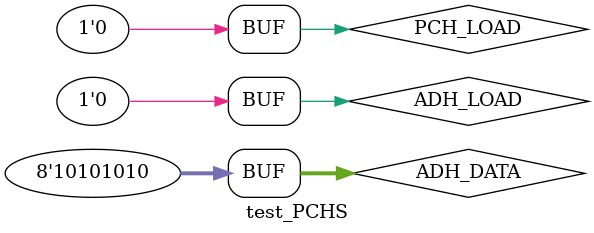
<source format=v>
`timescale 1ns / 1ps


module test_PCHS;

	// Inputs
	reg PCH_LOAD;
	reg ADH_LOAD;
	reg [7:0] PCH_DATA;
	reg [7:0] ADH_DATA;

	// Outputs
	wire [7:0] OUT;

	// Instantiate the Unit Under Test (UUT)
	reg_PCHS uut (
		.PCH_LOAD(PCH_LOAD), 
		.ADH_LOAD(ADH_LOAD), 
		.PCH_DATA(PCH_DATA), 
		.ADH_DATA(ADH_DATA), 
		.OUT(OUT)
	);

	initial begin
		// Initialize Inputs
		PCH_LOAD = 0;
		ADH_LOAD = 0;
		PCH_DATA = 0;
		ADH_DATA = 0;

		// Wait 100 ns for global reset to finish
		#100;
        
		// Add stimulus here
		$monitor($time, ": PCL_LOAD_SIGNAL: %b, ADL_LOAD_SIGNAL: %b, PCL_DATA_IN_STATE: %h, ADL_DATA_IN_STATE: %h, DATA_OUT_STATE: %h", PCH_LOAD, ADH_LOAD, PCH_DATA, ADH_DATA, OUT);
		
		#1;
		$display("Expected output: XX");
		
		ADH_DATA = 8'hAA;
		#1;
		$display("Expected output: XX");
		
		ADH_LOAD = 1;
		#1;
		ADH_LOAD = 0;
		#1;
		$display("Expected output: AA");
		
		PCH_DATA = OUT + 1;
		#1;
		$display("Expected output: AA");
		
		PCH_LOAD = 1;
		#1;
		PCH_LOAD = 0;
		#1;
		$display("Expected output: AB");
	end
      
endmodule


</source>
